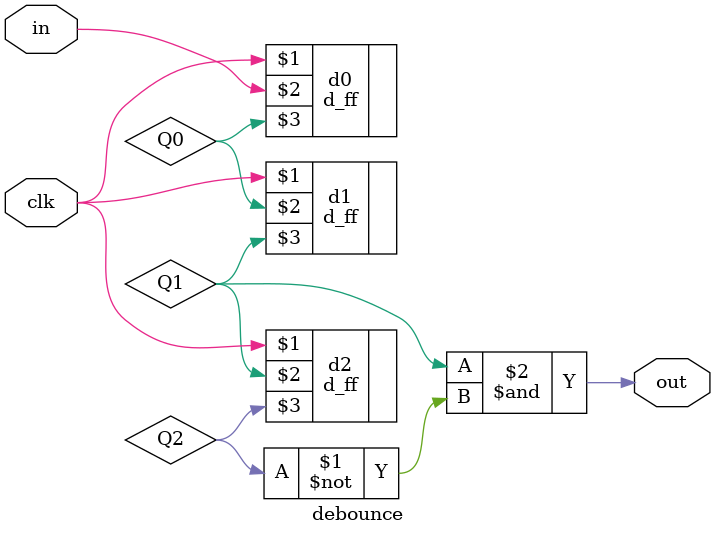
<source format=v>
module debounce(input clk, in,
                output out);
					 
	 wire Q1,Q2, Q0;

	  d_ff d0(clk, in, Q0);
     d_ff d1(clk, Q0, Q1 );
     d_ff d2(clk, Q1, Q2 );
	  
     assign out = Q1 & ~Q2;

endmodule
</source>
